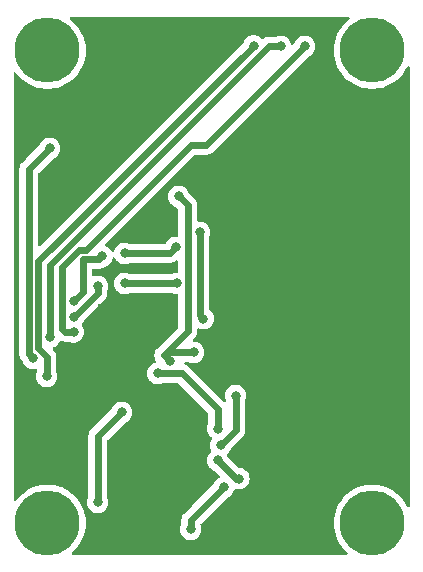
<source format=gbr>
%TF.GenerationSoftware,KiCad,Pcbnew,8.0.8*%
%TF.CreationDate,2025-04-02T15:42:23+05:30*%
%TF.ProjectId,STHDAQ_B1,53544844-4151-45f4-9231-2e6b69636164,rev?*%
%TF.SameCoordinates,Original*%
%TF.FileFunction,Copper,L2,Bot*%
%TF.FilePolarity,Positive*%
%FSLAX46Y46*%
G04 Gerber Fmt 4.6, Leading zero omitted, Abs format (unit mm)*
G04 Created by KiCad (PCBNEW 8.0.8) date 2025-04-02 15:42:23*
%MOMM*%
%LPD*%
G01*
G04 APERTURE LIST*
%TA.AperFunction,ComponentPad*%
%ADD10C,3.600000*%
%TD*%
%TA.AperFunction,ConnectorPad*%
%ADD11C,5.500000*%
%TD*%
%TA.AperFunction,ViaPad*%
%ADD12C,0.800000*%
%TD*%
%TA.AperFunction,ViaPad*%
%ADD13C,0.600000*%
%TD*%
%TA.AperFunction,Conductor*%
%ADD14C,0.600000*%
%TD*%
G04 APERTURE END LIST*
D10*
%TO.P,H1,1*%
%TO.N,N/C*%
X168530000Y-54705000D03*
D11*
X168530000Y-54705000D03*
%TD*%
D10*
%TO.P,H2,1*%
%TO.N,N/C*%
X141030000Y-54705000D03*
D11*
X141030000Y-54705000D03*
%TD*%
D10*
%TO.P,H4,1*%
%TO.N,N/C*%
X168530000Y-94705000D03*
D11*
X168530000Y-94705000D03*
%TD*%
D10*
%TO.P,H3,1*%
%TO.N,N/C*%
X141030000Y-94705000D03*
D11*
X141030000Y-94705000D03*
%TD*%
D12*
%TO.N,B_VOUT*%
X155956000Y-91694000D03*
X153162000Y-95250000D03*
%TO.N,/DRDY*%
X143256000Y-78546000D03*
X162814000Y-54356000D03*
%TO.N,/CS*%
X160782000Y-54356000D03*
X141224000Y-78994000D03*
%TO.N,/RESET*%
X139816000Y-80772000D03*
X141224000Y-62992000D03*
%TO.N,/SYNC{slash}PDWN*%
X158496000Y-54304834D03*
X140970000Y-82296000D03*
%TO.N,Net-(U2-D8{slash}SCK)*%
X154240500Y-77412500D03*
X153924000Y-70104000D03*
%TO.N,Net-(U2-D10{slash}MOSI)*%
X147574000Y-71882000D03*
X151892000Y-71374000D03*
%TO.N,Net-(U2-D9{slash}MISO)*%
X152008000Y-74422000D03*
X147574000Y-74422000D03*
%TO.N,/DOUT*%
X143256000Y-77296000D03*
X145288000Y-74676000D03*
%TO.N,/DIN*%
X145641334Y-72136000D03*
X143256000Y-75946000D03*
%TO.N,BAT*%
X153416000Y-80264000D03*
%TO.N,B_VIN*%
X145288000Y-92964000D03*
X147320000Y-85344000D03*
%TO.N,BAT*%
X156972000Y-83925500D03*
X155702000Y-88138000D03*
%TO.N,Net-(U1-KEY)*%
X157238397Y-90944397D03*
X155448000Y-89408000D03*
%TO.N,Net-(U1-SW)*%
X155455397Y-86739603D03*
X150368000Y-82042000D03*
%TO.N,BAT*%
X152146000Y-67056000D03*
X151384000Y-81026000D03*
D13*
%TO.N,Earth*%
X162814000Y-96012000D03*
X156972000Y-82200500D03*
X157649000Y-96092000D03*
X158750000Y-82200500D03*
X145796000Y-63992000D03*
X143256000Y-84796000D03*
X165180000Y-77700000D03*
X162052000Y-90537000D03*
X146203500Y-83662000D03*
X147358500Y-81925000D03*
X145545000Y-80010000D03*
X164290000Y-83790000D03*
X145545000Y-78232000D03*
X145530000Y-76454000D03*
X152654000Y-87376000D03*
%TD*%
D14*
%TO.N,B_VOUT*%
X153162000Y-95250000D02*
X153162000Y-94488000D01*
X153162000Y-94488000D02*
X155956000Y-91694000D01*
%TO.N,B_VIN*%
X145288000Y-92964000D02*
X145288000Y-87376000D01*
X145288000Y-87376000D02*
X147320000Y-85344000D01*
%TO.N,/DRDY*%
X142497316Y-78546000D02*
X143256000Y-78546000D01*
X142226529Y-78275213D02*
X142497316Y-78546000D01*
X144310000Y-71590000D02*
X143686629Y-71590000D01*
X153162000Y-62738000D02*
X144310000Y-71590000D01*
X142226529Y-73050100D02*
X142226529Y-78275213D01*
X154432000Y-62738000D02*
X153162000Y-62738000D01*
X143686629Y-71590000D02*
X142226529Y-73050100D01*
X162814000Y-54356000D02*
X154432000Y-62738000D01*
%TO.N,/CS*%
X159766000Y-54356000D02*
X160782000Y-54356000D01*
X141224000Y-72898000D02*
X159766000Y-54356000D01*
X141224000Y-78994000D02*
X141224000Y-72898000D01*
%TO.N,/SYNC{slash}PDWN*%
X140970000Y-80653207D02*
X140246000Y-79929207D01*
X140246000Y-72554834D02*
X158496000Y-54304834D01*
X140970000Y-82296000D02*
X140970000Y-80653207D01*
X140246000Y-79929207D02*
X140246000Y-72554834D01*
%TO.N,/RESET*%
X139446000Y-64770000D02*
X141224000Y-62992000D01*
X139816000Y-80772000D02*
X139446000Y-80402000D01*
X139446000Y-80402000D02*
X139446000Y-64770000D01*
%TO.N,Net-(U2-D8{slash}SCK)*%
X153924000Y-77096000D02*
X154240500Y-77412500D01*
X153924000Y-70104000D02*
X153924000Y-77096000D01*
%TO.N,Net-(U2-D10{slash}MOSI)*%
X147574000Y-71882000D02*
X151384000Y-71882000D01*
X151384000Y-71882000D02*
X151892000Y-71374000D01*
%TO.N,Net-(U2-D9{slash}MISO)*%
X147574000Y-74422000D02*
X152008000Y-74422000D01*
%TO.N,BAT*%
X152908000Y-78486000D02*
X150876000Y-80518000D01*
X152908000Y-67818000D02*
X152908000Y-78486000D01*
X152146000Y-67056000D02*
X152908000Y-67818000D01*
%TO.N,/DOUT*%
X145288000Y-75264000D02*
X143256000Y-77296000D01*
X145288000Y-74676000D02*
X145288000Y-75264000D01*
%TO.N,/DIN*%
X144018000Y-72390000D02*
X145387334Y-72390000D01*
X144018000Y-75184000D02*
X144018000Y-72390000D01*
X143256000Y-75946000D02*
X144018000Y-75184000D01*
X145387334Y-72390000D02*
X145641334Y-72136000D01*
%TO.N,BAT*%
X151130000Y-80264000D02*
X150876000Y-80518000D01*
X153416000Y-80264000D02*
X151130000Y-80264000D01*
X156972000Y-86868000D02*
X156972000Y-83925500D01*
X155702000Y-88138000D02*
X156972000Y-86868000D01*
%TO.N,Net-(U1-KEY)*%
X156984397Y-90944397D02*
X155448000Y-89408000D01*
X157238397Y-90944397D02*
X156984397Y-90944397D01*
%TO.N,BAT*%
X151384000Y-81026000D02*
X150876000Y-80518000D01*
%TO.N,Net-(U1-SW)*%
X155455397Y-85094604D02*
X155455397Y-86739603D01*
X152402793Y-82042000D02*
X155455397Y-85094604D01*
X150368000Y-82042000D02*
X152402793Y-82042000D01*
%TD*%
%TA.AperFunction,Conductor*%
%TO.N,Earth*%
G36*
X166604978Y-51876185D02*
G01*
X166650733Y-51928989D01*
X166660677Y-51998147D01*
X166631652Y-52061703D01*
X166612980Y-52079216D01*
X166422589Y-52223946D01*
X166422580Y-52223954D01*
X166166685Y-52466350D01*
X165938505Y-52734983D01*
X165938498Y-52734993D01*
X165740695Y-53026730D01*
X165575597Y-53338137D01*
X165575588Y-53338155D01*
X165445127Y-53665589D01*
X165445126Y-53665591D01*
X165350834Y-54005203D01*
X165350833Y-54005206D01*
X165293808Y-54353045D01*
X165274726Y-54704997D01*
X165274726Y-54705002D01*
X165293808Y-55056954D01*
X165350833Y-55404793D01*
X165350834Y-55404796D01*
X165445126Y-55744408D01*
X165445127Y-55744410D01*
X165575588Y-56071844D01*
X165575597Y-56071862D01*
X165740695Y-56383269D01*
X165938498Y-56675006D01*
X165938505Y-56675016D01*
X166166685Y-56943649D01*
X166166686Y-56943650D01*
X166422580Y-57186046D01*
X166703182Y-57399354D01*
X167005202Y-57581074D01*
X167005206Y-57581075D01*
X167005210Y-57581078D01*
X167325088Y-57729070D01*
X167325092Y-57729070D01*
X167325099Y-57729074D01*
X167659122Y-57841619D01*
X168003355Y-57917391D01*
X168353763Y-57955500D01*
X168353769Y-57955500D01*
X168706231Y-57955500D01*
X168706237Y-57955500D01*
X169056645Y-57917391D01*
X169400878Y-57841619D01*
X169734901Y-57729074D01*
X169734908Y-57729070D01*
X169734911Y-57729070D01*
X170054789Y-57581078D01*
X170054798Y-57581074D01*
X170356818Y-57399354D01*
X170637420Y-57186046D01*
X170893314Y-56943650D01*
X171121501Y-56675008D01*
X171319305Y-56383269D01*
X171450708Y-56135416D01*
X171477945Y-56084043D01*
X171526738Y-56034034D01*
X171594823Y-56018342D01*
X171660583Y-56041952D01*
X171703140Y-56097366D01*
X171711500Y-56142126D01*
X171711500Y-93267873D01*
X171691815Y-93334912D01*
X171639011Y-93380667D01*
X171569853Y-93390611D01*
X171506297Y-93361586D01*
X171477945Y-93325956D01*
X171319304Y-93026730D01*
X171200584Y-92851631D01*
X171121501Y-92734992D01*
X171121497Y-92734987D01*
X171121494Y-92734983D01*
X170893314Y-92466350D01*
X170788313Y-92366888D01*
X170637420Y-92223954D01*
X170637413Y-92223948D01*
X170637410Y-92223946D01*
X170356815Y-92010644D01*
X170054802Y-91828928D01*
X170054789Y-91828921D01*
X169734911Y-91680929D01*
X169734906Y-91680928D01*
X169734903Y-91680927D01*
X169734901Y-91680926D01*
X169628432Y-91645052D01*
X169400880Y-91568381D01*
X169056643Y-91492608D01*
X168706238Y-91454500D01*
X168706237Y-91454500D01*
X168353763Y-91454500D01*
X168353761Y-91454500D01*
X168003356Y-91492608D01*
X167659119Y-91568381D01*
X167325093Y-91680928D01*
X167325088Y-91680929D01*
X167005210Y-91828921D01*
X167005197Y-91828928D01*
X166703184Y-92010644D01*
X166422589Y-92223946D01*
X166422580Y-92223954D01*
X166166685Y-92466350D01*
X165938505Y-92734983D01*
X165938498Y-92734993D01*
X165740695Y-93026730D01*
X165575597Y-93338137D01*
X165575588Y-93338155D01*
X165445127Y-93665589D01*
X165445126Y-93665591D01*
X165350834Y-94005203D01*
X165350833Y-94005206D01*
X165293808Y-94353045D01*
X165274726Y-94704997D01*
X165274726Y-94705002D01*
X165293808Y-95056954D01*
X165350833Y-95404793D01*
X165350834Y-95404796D01*
X165445126Y-95744408D01*
X165445127Y-95744410D01*
X165575588Y-96071844D01*
X165575597Y-96071862D01*
X165740695Y-96383269D01*
X165938498Y-96675006D01*
X165938505Y-96675016D01*
X165966925Y-96708474D01*
X166166686Y-96943650D01*
X166422580Y-97186046D01*
X166422583Y-97186048D01*
X166422586Y-97186051D01*
X166424503Y-97187680D01*
X166424828Y-97188175D01*
X166425019Y-97188356D01*
X166424976Y-97188401D01*
X166462849Y-97246087D01*
X166463530Y-97315953D01*
X166426331Y-97375097D01*
X166363061Y-97404740D01*
X166344218Y-97406180D01*
X143215782Y-97406180D01*
X143148743Y-97386495D01*
X143102988Y-97333691D01*
X143093044Y-97264533D01*
X143122069Y-97200977D01*
X143135497Y-97187680D01*
X143137413Y-97186051D01*
X143137420Y-97186046D01*
X143393314Y-96943650D01*
X143621501Y-96675008D01*
X143819305Y-96383269D01*
X143984407Y-96071854D01*
X144114871Y-95744414D01*
X144209168Y-95404788D01*
X144266191Y-95056957D01*
X144285274Y-94705000D01*
X144266191Y-94353043D01*
X144209168Y-94005212D01*
X144137795Y-93748151D01*
X144114873Y-93665591D01*
X144114872Y-93665589D01*
X143984411Y-93338155D01*
X143984402Y-93338137D01*
X143977944Y-93325956D01*
X143819305Y-93026731D01*
X143776772Y-92964000D01*
X144382540Y-92964000D01*
X144402326Y-93152256D01*
X144402327Y-93152259D01*
X144460818Y-93332277D01*
X144460821Y-93332284D01*
X144555467Y-93496216D01*
X144682129Y-93636888D01*
X144835265Y-93748148D01*
X144835270Y-93748151D01*
X145008192Y-93825142D01*
X145008197Y-93825144D01*
X145193354Y-93864500D01*
X145193355Y-93864500D01*
X145382644Y-93864500D01*
X145382646Y-93864500D01*
X145567803Y-93825144D01*
X145740730Y-93748151D01*
X145893871Y-93636888D01*
X146020533Y-93496216D01*
X146115179Y-93332284D01*
X146173674Y-93152256D01*
X146193460Y-92964000D01*
X146173674Y-92775744D01*
X146115179Y-92595716D01*
X146115178Y-92595715D01*
X146115178Y-92595713D01*
X146105112Y-92578277D01*
X146088500Y-92516279D01*
X146088500Y-87758939D01*
X146108185Y-87691900D01*
X146124814Y-87671263D01*
X147567566Y-86228510D01*
X147604801Y-86202918D01*
X147772730Y-86128151D01*
X147925871Y-86016888D01*
X148052533Y-85876216D01*
X148147179Y-85712284D01*
X148205674Y-85532256D01*
X148225460Y-85344000D01*
X148205674Y-85155744D01*
X148147179Y-84975716D01*
X148052533Y-84811784D01*
X147925871Y-84671112D01*
X147925870Y-84671111D01*
X147772734Y-84559851D01*
X147772729Y-84559848D01*
X147599807Y-84482857D01*
X147599802Y-84482855D01*
X147454001Y-84451865D01*
X147414646Y-84443500D01*
X147225354Y-84443500D01*
X147192897Y-84450398D01*
X147040197Y-84482855D01*
X147040192Y-84482857D01*
X146867270Y-84559848D01*
X146867265Y-84559851D01*
X146714129Y-84671111D01*
X146587466Y-84811785D01*
X146492821Y-84975715D01*
X146492816Y-84975725D01*
X146471510Y-85041298D01*
X146441261Y-85090659D01*
X145178042Y-86353880D01*
X144777711Y-86754211D01*
X144742764Y-86789158D01*
X144666209Y-86865712D01*
X144578609Y-86996814D01*
X144578602Y-86996827D01*
X144518264Y-87142498D01*
X144518261Y-87142510D01*
X144487500Y-87297153D01*
X144487500Y-92516279D01*
X144470888Y-92578277D01*
X144460821Y-92595713D01*
X144402327Y-92775740D01*
X144402326Y-92775744D01*
X144382540Y-92964000D01*
X143776772Y-92964000D01*
X143621501Y-92734992D01*
X143621497Y-92734987D01*
X143621494Y-92734983D01*
X143393314Y-92466350D01*
X143288313Y-92366888D01*
X143137420Y-92223954D01*
X143137413Y-92223948D01*
X143137410Y-92223946D01*
X142856815Y-92010644D01*
X142554802Y-91828928D01*
X142554789Y-91828921D01*
X142234911Y-91680929D01*
X142234906Y-91680928D01*
X142234903Y-91680927D01*
X142234901Y-91680926D01*
X142128432Y-91645052D01*
X141900880Y-91568381D01*
X141556643Y-91492608D01*
X141206238Y-91454500D01*
X141206237Y-91454500D01*
X140853763Y-91454500D01*
X140853761Y-91454500D01*
X140503356Y-91492608D01*
X140159119Y-91568381D01*
X139825093Y-91680928D01*
X139825088Y-91680929D01*
X139505210Y-91828921D01*
X139505197Y-91828928D01*
X139203184Y-92010644D01*
X138922589Y-92223946D01*
X138922580Y-92223954D01*
X138666685Y-92466350D01*
X138438505Y-92734983D01*
X138438497Y-92734993D01*
X138395133Y-92798952D01*
X138341219Y-92843393D01*
X138271837Y-92851631D01*
X138209015Y-92821050D01*
X138172699Y-92761360D01*
X138168500Y-92729365D01*
X138168500Y-64691153D01*
X138645500Y-64691153D01*
X138645500Y-80480846D01*
X138676261Y-80635489D01*
X138676264Y-80635501D01*
X138736602Y-80781172D01*
X138736609Y-80781185D01*
X138824209Y-80912287D01*
X138824210Y-80912288D01*
X138824211Y-80912289D01*
X138937263Y-81025341D01*
X138967512Y-81074703D01*
X138988818Y-81140277D01*
X138988821Y-81140284D01*
X139083467Y-81304216D01*
X139210129Y-81444888D01*
X139363265Y-81556148D01*
X139363270Y-81556151D01*
X139536192Y-81633142D01*
X139536197Y-81633144D01*
X139721354Y-81672500D01*
X139721355Y-81672500D01*
X139910644Y-81672500D01*
X139910646Y-81672500D01*
X140019719Y-81649316D01*
X140089386Y-81654632D01*
X140145120Y-81696769D01*
X140169225Y-81762349D01*
X140169500Y-81770606D01*
X140169500Y-81848279D01*
X140152888Y-81910277D01*
X140142821Y-81927713D01*
X140084327Y-82107740D01*
X140084326Y-82107744D01*
X140064540Y-82296000D01*
X140084326Y-82484256D01*
X140084327Y-82484259D01*
X140142818Y-82664277D01*
X140142821Y-82664284D01*
X140237467Y-82828216D01*
X140304931Y-82903142D01*
X140364129Y-82968888D01*
X140517265Y-83080148D01*
X140517270Y-83080151D01*
X140690192Y-83157142D01*
X140690197Y-83157144D01*
X140875354Y-83196500D01*
X140875355Y-83196500D01*
X141064644Y-83196500D01*
X141064646Y-83196500D01*
X141249803Y-83157144D01*
X141422730Y-83080151D01*
X141575871Y-82968888D01*
X141702533Y-82828216D01*
X141797179Y-82664284D01*
X141855674Y-82484256D01*
X141875460Y-82296000D01*
X141855674Y-82107744D01*
X141797179Y-81927716D01*
X141797178Y-81927715D01*
X141797178Y-81927713D01*
X141787112Y-81910277D01*
X141770500Y-81848279D01*
X141770500Y-80574362D01*
X141755210Y-80497499D01*
X141755210Y-80497494D01*
X141739739Y-80419717D01*
X141739738Y-80419710D01*
X141679394Y-80274028D01*
X141679392Y-80274025D01*
X141679390Y-80274021D01*
X141591790Y-80142919D01*
X141587685Y-80138814D01*
X141493138Y-80044267D01*
X141459655Y-79982947D01*
X141464639Y-79913255D01*
X141506510Y-79857321D01*
X141530385Y-79843309D01*
X141577782Y-79822205D01*
X141676730Y-79778151D01*
X141829871Y-79666888D01*
X141956533Y-79526216D01*
X142051179Y-79362284D01*
X142051182Y-79362273D01*
X142052646Y-79358988D01*
X142054008Y-79357385D01*
X142054429Y-79356656D01*
X142054562Y-79356732D01*
X142097889Y-79305745D01*
X142164735Y-79285414D01*
X142213383Y-79294846D01*
X142263819Y-79315738D01*
X142404975Y-79343815D01*
X142418469Y-79346499D01*
X142418473Y-79346500D01*
X142418474Y-79346500D01*
X142576159Y-79346500D01*
X142813633Y-79346500D01*
X142864069Y-79357221D01*
X142976192Y-79407142D01*
X142976197Y-79407144D01*
X143161354Y-79446500D01*
X143161355Y-79446500D01*
X143350644Y-79446500D01*
X143350646Y-79446500D01*
X143535803Y-79407144D01*
X143708730Y-79330151D01*
X143861871Y-79218888D01*
X143988533Y-79078216D01*
X144083179Y-78914284D01*
X144141674Y-78734256D01*
X144161460Y-78546000D01*
X144141674Y-78357744D01*
X144083179Y-78177716D01*
X143988533Y-78013784D01*
X143979698Y-78003972D01*
X143949469Y-77940981D01*
X143958093Y-77871646D01*
X143979699Y-77838027D01*
X143988533Y-77828216D01*
X144083179Y-77664284D01*
X144104488Y-77598700D01*
X144134734Y-77549342D01*
X145909789Y-75774289D01*
X145997394Y-75643179D01*
X146057737Y-75497497D01*
X146088500Y-75342842D01*
X146088500Y-75185158D01*
X146088500Y-75123718D01*
X146105112Y-75061720D01*
X146115179Y-75044284D01*
X146173674Y-74864256D01*
X146193460Y-74676000D01*
X146173674Y-74487744D01*
X146115179Y-74307716D01*
X146020533Y-74143784D01*
X145893871Y-74003112D01*
X145893870Y-74003111D01*
X145740734Y-73891851D01*
X145740729Y-73891848D01*
X145567807Y-73814857D01*
X145567802Y-73814855D01*
X145422001Y-73783865D01*
X145382646Y-73775500D01*
X145193354Y-73775500D01*
X145143375Y-73786123D01*
X145008199Y-73814855D01*
X145008197Y-73814856D01*
X144992935Y-73821651D01*
X144923686Y-73830935D01*
X144860409Y-73801307D01*
X144823196Y-73742172D01*
X144818500Y-73708371D01*
X144818500Y-73314500D01*
X144838185Y-73247461D01*
X144890989Y-73201706D01*
X144942500Y-73190500D01*
X145466178Y-73190500D01*
X145466179Y-73190499D01*
X145620831Y-73159737D01*
X145766513Y-73099394D01*
X145897623Y-73011789D01*
X145897623Y-73011788D01*
X145902689Y-73008404D01*
X145902986Y-73008848D01*
X145924034Y-72995853D01*
X146094064Y-72920151D01*
X146247205Y-72808888D01*
X146373867Y-72668216D01*
X146468513Y-72504284D01*
X146527008Y-72324256D01*
X146527546Y-72319128D01*
X146554127Y-72254515D01*
X146611422Y-72214527D01*
X146681241Y-72211864D01*
X146741416Y-72247370D01*
X146758252Y-72270083D01*
X146841467Y-72414216D01*
X146918639Y-72499924D01*
X146968129Y-72554888D01*
X147121265Y-72666148D01*
X147121270Y-72666151D01*
X147294192Y-72743142D01*
X147294197Y-72743144D01*
X147479354Y-72782500D01*
X147479355Y-72782500D01*
X147668644Y-72782500D01*
X147668646Y-72782500D01*
X147853803Y-72743144D01*
X147965931Y-72693221D01*
X148016367Y-72682500D01*
X151462844Y-72682500D01*
X151462845Y-72682499D01*
X151617497Y-72651737D01*
X151763179Y-72591394D01*
X151894289Y-72503789D01*
X151895813Y-72502264D01*
X151896810Y-72501720D01*
X151898999Y-72499924D01*
X151899339Y-72500338D01*
X151957132Y-72468776D01*
X152026824Y-72473755D01*
X152082761Y-72515621D01*
X152107183Y-72581083D01*
X152107500Y-72589940D01*
X152107500Y-73397500D01*
X152087815Y-73464539D01*
X152035011Y-73510294D01*
X151983500Y-73521500D01*
X151913354Y-73521500D01*
X151880897Y-73528398D01*
X151728197Y-73560855D01*
X151728192Y-73560857D01*
X151616069Y-73610779D01*
X151565633Y-73621500D01*
X148016367Y-73621500D01*
X147965931Y-73610779D01*
X147853807Y-73560857D01*
X147853802Y-73560855D01*
X147708001Y-73529865D01*
X147668646Y-73521500D01*
X147479354Y-73521500D01*
X147446897Y-73528398D01*
X147294197Y-73560855D01*
X147294192Y-73560857D01*
X147121270Y-73637848D01*
X147121265Y-73637851D01*
X146968129Y-73749111D01*
X146841466Y-73889785D01*
X146746821Y-74053715D01*
X146746818Y-74053722D01*
X146688327Y-74233740D01*
X146688326Y-74233744D01*
X146668540Y-74422000D01*
X146688326Y-74610256D01*
X146688327Y-74610259D01*
X146746818Y-74790277D01*
X146746821Y-74790284D01*
X146841467Y-74954216D01*
X146922565Y-75044284D01*
X146968129Y-75094888D01*
X147121265Y-75206148D01*
X147121270Y-75206151D01*
X147294192Y-75283142D01*
X147294197Y-75283144D01*
X147479354Y-75322500D01*
X147479355Y-75322500D01*
X147668644Y-75322500D01*
X147668646Y-75322500D01*
X147853803Y-75283144D01*
X147965931Y-75233221D01*
X148016367Y-75222500D01*
X151565633Y-75222500D01*
X151616069Y-75233221D01*
X151728192Y-75283142D01*
X151728197Y-75283144D01*
X151913354Y-75322500D01*
X151913355Y-75322500D01*
X151983500Y-75322500D01*
X152050539Y-75342185D01*
X152096294Y-75394989D01*
X152107500Y-75446500D01*
X152107500Y-78103060D01*
X152087815Y-78170099D01*
X152071181Y-78190741D01*
X150619711Y-79642211D01*
X150365711Y-79896211D01*
X150309960Y-79951962D01*
X150254209Y-80007712D01*
X150166609Y-80138814D01*
X150166602Y-80138827D01*
X150106264Y-80284498D01*
X150106261Y-80284510D01*
X150075500Y-80439153D01*
X150075500Y-80596846D01*
X150106261Y-80751489D01*
X150106264Y-80751501D01*
X150166602Y-80897172D01*
X150166609Y-80897185D01*
X150221173Y-80978845D01*
X150242051Y-81045523D01*
X150223567Y-81112903D01*
X150171588Y-81159593D01*
X150143852Y-81169026D01*
X150088197Y-81180855D01*
X150088192Y-81180857D01*
X149915270Y-81257848D01*
X149915265Y-81257851D01*
X149762129Y-81369111D01*
X149635466Y-81509785D01*
X149540821Y-81673715D01*
X149540818Y-81673722D01*
X149482327Y-81853740D01*
X149482326Y-81853744D01*
X149462540Y-82042000D01*
X149482326Y-82230256D01*
X149482327Y-82230259D01*
X149540818Y-82410277D01*
X149540821Y-82410284D01*
X149635467Y-82574216D01*
X149716559Y-82664277D01*
X149762129Y-82714888D01*
X149915265Y-82826148D01*
X149915270Y-82826151D01*
X150088192Y-82903142D01*
X150088197Y-82903144D01*
X150273354Y-82942500D01*
X150273355Y-82942500D01*
X150462644Y-82942500D01*
X150462646Y-82942500D01*
X150647803Y-82903144D01*
X150705281Y-82877552D01*
X150759931Y-82853221D01*
X150810367Y-82842500D01*
X152019853Y-82842500D01*
X152086892Y-82862185D01*
X152107534Y-82878819D01*
X154618578Y-85389863D01*
X154652063Y-85451186D01*
X154654897Y-85477544D01*
X154654897Y-86291882D01*
X154638285Y-86353880D01*
X154628218Y-86371316D01*
X154569724Y-86551343D01*
X154569723Y-86551347D01*
X154549937Y-86739603D01*
X154569723Y-86927859D01*
X154569724Y-86927862D01*
X154628215Y-87107880D01*
X154628218Y-87107887D01*
X154722864Y-87271819D01*
X154818730Y-87378289D01*
X154849526Y-87412491D01*
X154922315Y-87465375D01*
X154964981Y-87520704D01*
X154970960Y-87590318D01*
X154956818Y-87627692D01*
X154874820Y-87769718D01*
X154874818Y-87769722D01*
X154816327Y-87949740D01*
X154816326Y-87949744D01*
X154796540Y-88138000D01*
X154816326Y-88326256D01*
X154816327Y-88326259D01*
X154874821Y-88506285D01*
X154902407Y-88554065D01*
X154918880Y-88621965D01*
X154896028Y-88687992D01*
X154867909Y-88716381D01*
X154842126Y-88735114D01*
X154842123Y-88735116D01*
X154715466Y-88875785D01*
X154620821Y-89039715D01*
X154620818Y-89039722D01*
X154562327Y-89219740D01*
X154562326Y-89219744D01*
X154542540Y-89408000D01*
X154562326Y-89596256D01*
X154562327Y-89596259D01*
X154620818Y-89776277D01*
X154620821Y-89776284D01*
X154715467Y-89940216D01*
X154791098Y-90024212D01*
X154842129Y-90080888D01*
X154995265Y-90192148D01*
X154995270Y-90192151D01*
X155163190Y-90266915D01*
X155200435Y-90292513D01*
X155593306Y-90685384D01*
X155626791Y-90746707D01*
X155621807Y-90816399D01*
X155579935Y-90872332D01*
X155556062Y-90886344D01*
X155503267Y-90909850D01*
X155503265Y-90909851D01*
X155350129Y-91021111D01*
X155223466Y-91161785D01*
X155128821Y-91325715D01*
X155128816Y-91325725D01*
X155107510Y-91391298D01*
X155077261Y-91440659D01*
X153250049Y-93267873D01*
X152651711Y-93866211D01*
X152595960Y-93921962D01*
X152540209Y-93977712D01*
X152452609Y-94108814D01*
X152452602Y-94108827D01*
X152392264Y-94254498D01*
X152392261Y-94254510D01*
X152361500Y-94409153D01*
X152361500Y-94802279D01*
X152344888Y-94864277D01*
X152334821Y-94881713D01*
X152277882Y-95056954D01*
X152276326Y-95061744D01*
X152256540Y-95250000D01*
X152276326Y-95438256D01*
X152276327Y-95438259D01*
X152334818Y-95618277D01*
X152334821Y-95618284D01*
X152429467Y-95782216D01*
X152556129Y-95922888D01*
X152709265Y-96034148D01*
X152709270Y-96034151D01*
X152882192Y-96111142D01*
X152882197Y-96111144D01*
X153067354Y-96150500D01*
X153067355Y-96150500D01*
X153256644Y-96150500D01*
X153256646Y-96150500D01*
X153441803Y-96111144D01*
X153614730Y-96034151D01*
X153767871Y-95922888D01*
X153894533Y-95782216D01*
X153989179Y-95618284D01*
X154047674Y-95438256D01*
X154067460Y-95250000D01*
X154047674Y-95061744D01*
X154009244Y-94943470D01*
X153990879Y-94886947D01*
X153988884Y-94817106D01*
X154021127Y-94760950D01*
X156203566Y-92578510D01*
X156240801Y-92552918D01*
X156408730Y-92478151D01*
X156561871Y-92366888D01*
X156688533Y-92226216D01*
X156783179Y-92062284D01*
X156838042Y-91893433D01*
X156877478Y-91835760D01*
X156941837Y-91808561D01*
X156981749Y-91810462D01*
X157143751Y-91844897D01*
X157143752Y-91844897D01*
X157333041Y-91844897D01*
X157333043Y-91844897D01*
X157518200Y-91805541D01*
X157691127Y-91728548D01*
X157844268Y-91617285D01*
X157970930Y-91476613D01*
X158065576Y-91312681D01*
X158124071Y-91132653D01*
X158143857Y-90944397D01*
X158124071Y-90756141D01*
X158065576Y-90576113D01*
X157970930Y-90412181D01*
X157844268Y-90271509D01*
X157837945Y-90266915D01*
X157691131Y-90160248D01*
X157691126Y-90160245D01*
X157518204Y-90083254D01*
X157518199Y-90083252D01*
X157372398Y-90052262D01*
X157333043Y-90043897D01*
X157333042Y-90043897D01*
X157267337Y-90043897D01*
X157200298Y-90024212D01*
X157179656Y-90007578D01*
X156326736Y-89154658D01*
X156296486Y-89105294D01*
X156275179Y-89039716D01*
X156275178Y-89039715D01*
X156247591Y-88991933D01*
X156231119Y-88924035D01*
X156253971Y-88858008D01*
X156282094Y-88829615D01*
X156307871Y-88810888D01*
X156434533Y-88670216D01*
X156529179Y-88506284D01*
X156550488Y-88440700D01*
X156580734Y-88391342D01*
X157593789Y-87378289D01*
X157626001Y-87330080D01*
X157681394Y-87247179D01*
X157741737Y-87101497D01*
X157741737Y-87101494D01*
X157741739Y-87101490D01*
X157748541Y-87067294D01*
X157748541Y-87067293D01*
X157772500Y-86946845D01*
X157772500Y-84373218D01*
X157789112Y-84311220D01*
X157799179Y-84293784D01*
X157857674Y-84113756D01*
X157877460Y-83925500D01*
X157857674Y-83737244D01*
X157799179Y-83557216D01*
X157704533Y-83393284D01*
X157577871Y-83252612D01*
X157577870Y-83252611D01*
X157424734Y-83141351D01*
X157424729Y-83141348D01*
X157251807Y-83064357D01*
X157251802Y-83064355D01*
X157106001Y-83033365D01*
X157066646Y-83025000D01*
X156877354Y-83025000D01*
X156844897Y-83031898D01*
X156692197Y-83064355D01*
X156692192Y-83064357D01*
X156519270Y-83141348D01*
X156519265Y-83141351D01*
X156366129Y-83252611D01*
X156239466Y-83393285D01*
X156144821Y-83557215D01*
X156144818Y-83557222D01*
X156086327Y-83737240D01*
X156086326Y-83737244D01*
X156066540Y-83925500D01*
X156086326Y-84113756D01*
X156086327Y-84113759D01*
X156144818Y-84293777D01*
X156144819Y-84293779D01*
X156144821Y-84293784D01*
X156154887Y-84311220D01*
X156171500Y-84373218D01*
X156171500Y-84379266D01*
X156151815Y-84446305D01*
X156099011Y-84492060D01*
X156029853Y-84502004D01*
X155966297Y-84472979D01*
X155959819Y-84466947D01*
X152913085Y-81420213D01*
X152913081Y-81420210D01*
X152781978Y-81332609D01*
X152781965Y-81332602D01*
X152710645Y-81303061D01*
X152656241Y-81259220D01*
X152634176Y-81192926D01*
X152651455Y-81125227D01*
X152702592Y-81077616D01*
X152758097Y-81064500D01*
X152973633Y-81064500D01*
X153024069Y-81075221D01*
X153136192Y-81125142D01*
X153136197Y-81125144D01*
X153321354Y-81164500D01*
X153321355Y-81164500D01*
X153510644Y-81164500D01*
X153510646Y-81164500D01*
X153695803Y-81125144D01*
X153868730Y-81048151D01*
X154021871Y-80936888D01*
X154148533Y-80796216D01*
X154243179Y-80632284D01*
X154301674Y-80452256D01*
X154321460Y-80264000D01*
X154301674Y-80075744D01*
X154243179Y-79895716D01*
X154148533Y-79731784D01*
X154021871Y-79591112D01*
X154021870Y-79591111D01*
X153868734Y-79479851D01*
X153868729Y-79479848D01*
X153695807Y-79402857D01*
X153695802Y-79402855D01*
X153550001Y-79371865D01*
X153510646Y-79363500D01*
X153461940Y-79363500D01*
X153394901Y-79343815D01*
X153349146Y-79291011D01*
X153339202Y-79221853D01*
X153368227Y-79158297D01*
X153374250Y-79151827D01*
X153529789Y-78996289D01*
X153617394Y-78865179D01*
X153677737Y-78719497D01*
X153708500Y-78564842D01*
X153708500Y-78407158D01*
X153708500Y-78352301D01*
X153728185Y-78285262D01*
X153780989Y-78239507D01*
X153850147Y-78229563D01*
X153882933Y-78239020D01*
X153960697Y-78273644D01*
X154145854Y-78313000D01*
X154145855Y-78313000D01*
X154335144Y-78313000D01*
X154335146Y-78313000D01*
X154520303Y-78273644D01*
X154693230Y-78196651D01*
X154846371Y-78085388D01*
X154973033Y-77944716D01*
X155067679Y-77780784D01*
X155126174Y-77600756D01*
X155145960Y-77412500D01*
X155126174Y-77224244D01*
X155067679Y-77044216D01*
X154973033Y-76880284D01*
X154923422Y-76825186D01*
X154846376Y-76739616D01*
X154846371Y-76739612D01*
X154775613Y-76688202D01*
X154732948Y-76632872D01*
X154724500Y-76587885D01*
X154724500Y-70551718D01*
X154741112Y-70489720D01*
X154751179Y-70472284D01*
X154809674Y-70292256D01*
X154829460Y-70104000D01*
X154809674Y-69915744D01*
X154751179Y-69735716D01*
X154656533Y-69571784D01*
X154529871Y-69431112D01*
X154529870Y-69431111D01*
X154376734Y-69319851D01*
X154376729Y-69319848D01*
X154203807Y-69242857D01*
X154203802Y-69242855D01*
X154058001Y-69211865D01*
X154018646Y-69203500D01*
X153832500Y-69203500D01*
X153765461Y-69183815D01*
X153719706Y-69131011D01*
X153708500Y-69079500D01*
X153708500Y-67739154D01*
X153706458Y-67728891D01*
X153706457Y-67728888D01*
X153677738Y-67584503D01*
X153617394Y-67438821D01*
X153617392Y-67438818D01*
X153617390Y-67438814D01*
X153529789Y-67307711D01*
X153529786Y-67307707D01*
X153024736Y-66802658D01*
X152994486Y-66753294D01*
X152973179Y-66687716D01*
X152973177Y-66687712D01*
X152878534Y-66523785D01*
X152751870Y-66383111D01*
X152598734Y-66271851D01*
X152598729Y-66271848D01*
X152425807Y-66194857D01*
X152425802Y-66194855D01*
X152280001Y-66163865D01*
X152240646Y-66155500D01*
X152051354Y-66155500D01*
X152018897Y-66162398D01*
X151866197Y-66194855D01*
X151866192Y-66194857D01*
X151693270Y-66271848D01*
X151693265Y-66271851D01*
X151540129Y-66383111D01*
X151413466Y-66523785D01*
X151318821Y-66687715D01*
X151318818Y-66687722D01*
X151260327Y-66867740D01*
X151260326Y-66867744D01*
X151240540Y-67056000D01*
X151260326Y-67244256D01*
X151260327Y-67244259D01*
X151318818Y-67424277D01*
X151318821Y-67424284D01*
X151413467Y-67588216D01*
X151514897Y-67700866D01*
X151540127Y-67728886D01*
X151540129Y-67728888D01*
X151693265Y-67840148D01*
X151693270Y-67840151D01*
X151861190Y-67914915D01*
X151898435Y-67940513D01*
X152071181Y-68113259D01*
X152104666Y-68174582D01*
X152107500Y-68200940D01*
X152107500Y-70349500D01*
X152087815Y-70416539D01*
X152035011Y-70462294D01*
X151983500Y-70473500D01*
X151797354Y-70473500D01*
X151764897Y-70480398D01*
X151612197Y-70512855D01*
X151612192Y-70512857D01*
X151439270Y-70589848D01*
X151439265Y-70589851D01*
X151286129Y-70701111D01*
X151159466Y-70841785D01*
X151064820Y-71005717D01*
X151063829Y-71007944D01*
X151062912Y-71009021D01*
X151061572Y-71011344D01*
X151061147Y-71011098D01*
X151018575Y-71061177D01*
X150951724Y-71081494D01*
X150950553Y-71081500D01*
X148016367Y-71081500D01*
X147965931Y-71070779D01*
X147853807Y-71020857D01*
X147853802Y-71020855D01*
X147708001Y-70989865D01*
X147668646Y-70981500D01*
X147479354Y-70981500D01*
X147446897Y-70988398D01*
X147294197Y-71020855D01*
X147294192Y-71020857D01*
X147121270Y-71097848D01*
X147121265Y-71097851D01*
X146968129Y-71209111D01*
X146841466Y-71349785D01*
X146746821Y-71513715D01*
X146746818Y-71513722D01*
X146688326Y-71693742D01*
X146688325Y-71693744D01*
X146687786Y-71698880D01*
X146661199Y-71763493D01*
X146603900Y-71803476D01*
X146534081Y-71806133D01*
X146473909Y-71770621D01*
X146457083Y-71747919D01*
X146373867Y-71603784D01*
X146247205Y-71463112D01*
X146247204Y-71463111D01*
X146094068Y-71351851D01*
X146094066Y-71351850D01*
X145972539Y-71297741D01*
X145919303Y-71252490D01*
X145898982Y-71185641D01*
X145918028Y-71118417D01*
X145935290Y-71096786D01*
X153457259Y-63574819D01*
X153518582Y-63541334D01*
X153544940Y-63538500D01*
X154510844Y-63538500D01*
X154510845Y-63538499D01*
X154665497Y-63507737D01*
X154811179Y-63447394D01*
X154942289Y-63359789D01*
X163061566Y-55240510D01*
X163098801Y-55214918D01*
X163266730Y-55140151D01*
X163419871Y-55028888D01*
X163546533Y-54888216D01*
X163641179Y-54724284D01*
X163699674Y-54544256D01*
X163719460Y-54356000D01*
X163699674Y-54167744D01*
X163641179Y-53987716D01*
X163546533Y-53823784D01*
X163419871Y-53683112D01*
X163419870Y-53683111D01*
X163266734Y-53571851D01*
X163266729Y-53571848D01*
X163093807Y-53494857D01*
X163093802Y-53494855D01*
X162948001Y-53463865D01*
X162908646Y-53455500D01*
X162719354Y-53455500D01*
X162686897Y-53462398D01*
X162534197Y-53494855D01*
X162534192Y-53494857D01*
X162361270Y-53571848D01*
X162361265Y-53571851D01*
X162208129Y-53683111D01*
X162081466Y-53823785D01*
X161986821Y-53987715D01*
X161986816Y-53987725D01*
X161965510Y-54053298D01*
X161935261Y-54102659D01*
X161860417Y-54177503D01*
X161799094Y-54210988D01*
X161729402Y-54206004D01*
X161673469Y-54164132D01*
X161654805Y-54128139D01*
X161639686Y-54081608D01*
X161609179Y-53987716D01*
X161514533Y-53823784D01*
X161387871Y-53683112D01*
X161387870Y-53683111D01*
X161234734Y-53571851D01*
X161234729Y-53571848D01*
X161061807Y-53494857D01*
X161061802Y-53494855D01*
X160916001Y-53463865D01*
X160876646Y-53455500D01*
X160687354Y-53455500D01*
X160654897Y-53462398D01*
X160502197Y-53494855D01*
X160502192Y-53494857D01*
X160390069Y-53544779D01*
X160339633Y-53555500D01*
X159687155Y-53555500D01*
X159532510Y-53586261D01*
X159532498Y-53586264D01*
X159386827Y-53646602D01*
X159386816Y-53646608D01*
X159306380Y-53700354D01*
X159239703Y-53721231D01*
X159172323Y-53702746D01*
X159145339Y-53680222D01*
X159101875Y-53631949D01*
X159101869Y-53631944D01*
X158948734Y-53520685D01*
X158948729Y-53520682D01*
X158775807Y-53443691D01*
X158775802Y-53443689D01*
X158630001Y-53412699D01*
X158590646Y-53404334D01*
X158401354Y-53404334D01*
X158368897Y-53411232D01*
X158216197Y-53443689D01*
X158216192Y-53443691D01*
X158043270Y-53520682D01*
X158043265Y-53520685D01*
X157890129Y-53631945D01*
X157763466Y-53772619D01*
X157668821Y-53936549D01*
X157668816Y-53936559D01*
X157647510Y-54002132D01*
X157617261Y-54051493D01*
X140458181Y-71210574D01*
X140396858Y-71244059D01*
X140327166Y-71239075D01*
X140271233Y-71197203D01*
X140246816Y-71131739D01*
X140246500Y-71122893D01*
X140246500Y-65152939D01*
X140266185Y-65085900D01*
X140282814Y-65065263D01*
X141471566Y-63876510D01*
X141508801Y-63850918D01*
X141676730Y-63776151D01*
X141829871Y-63664888D01*
X141956533Y-63524216D01*
X142051179Y-63360284D01*
X142109674Y-63180256D01*
X142129460Y-62992000D01*
X142109674Y-62803744D01*
X142051179Y-62623716D01*
X141956533Y-62459784D01*
X141829871Y-62319112D01*
X141829870Y-62319111D01*
X141676734Y-62207851D01*
X141676729Y-62207848D01*
X141503807Y-62130857D01*
X141503802Y-62130855D01*
X141358001Y-62099865D01*
X141318646Y-62091500D01*
X141129354Y-62091500D01*
X141096897Y-62098398D01*
X140944197Y-62130855D01*
X140944192Y-62130857D01*
X140771270Y-62207848D01*
X140771265Y-62207851D01*
X140618129Y-62319111D01*
X140491466Y-62459785D01*
X140396821Y-62623715D01*
X140396816Y-62623725D01*
X140375510Y-62689298D01*
X140345261Y-62738659D01*
X139233008Y-63850914D01*
X138935711Y-64148211D01*
X138879960Y-64203962D01*
X138824209Y-64259712D01*
X138736609Y-64390814D01*
X138736602Y-64390827D01*
X138676264Y-64536498D01*
X138676261Y-64536510D01*
X138645500Y-64691153D01*
X138168500Y-64691153D01*
X138168500Y-56680635D01*
X138188185Y-56613596D01*
X138240989Y-56567841D01*
X138310147Y-56557897D01*
X138373703Y-56586922D01*
X138395133Y-56611048D01*
X138438497Y-56675006D01*
X138438505Y-56675016D01*
X138666685Y-56943649D01*
X138666686Y-56943650D01*
X138922580Y-57186046D01*
X139203182Y-57399354D01*
X139505202Y-57581074D01*
X139505206Y-57581075D01*
X139505210Y-57581078D01*
X139825088Y-57729070D01*
X139825092Y-57729070D01*
X139825099Y-57729074D01*
X140159122Y-57841619D01*
X140503355Y-57917391D01*
X140853763Y-57955500D01*
X140853769Y-57955500D01*
X141206231Y-57955500D01*
X141206237Y-57955500D01*
X141556645Y-57917391D01*
X141900878Y-57841619D01*
X142234901Y-57729074D01*
X142234908Y-57729070D01*
X142234911Y-57729070D01*
X142554789Y-57581078D01*
X142554798Y-57581074D01*
X142856818Y-57399354D01*
X143137420Y-57186046D01*
X143393314Y-56943650D01*
X143621501Y-56675008D01*
X143819305Y-56383269D01*
X143984407Y-56071854D01*
X144114871Y-55744414D01*
X144209168Y-55404788D01*
X144266191Y-55056957D01*
X144277640Y-54845782D01*
X144285274Y-54705002D01*
X144285274Y-54704997D01*
X144266191Y-54353045D01*
X144265854Y-54350988D01*
X144209168Y-54005212D01*
X144144589Y-53772619D01*
X144114873Y-53665591D01*
X144114872Y-53665589D01*
X144101467Y-53631946D01*
X144057136Y-53520682D01*
X143984411Y-53338155D01*
X143984402Y-53338137D01*
X143908210Y-53194424D01*
X143819305Y-53026731D01*
X143621501Y-52734992D01*
X143621497Y-52734987D01*
X143621494Y-52734983D01*
X143393314Y-52466350D01*
X143137420Y-52223954D01*
X143137413Y-52223948D01*
X143137410Y-52223946D01*
X142947020Y-52079216D01*
X142905562Y-52022975D01*
X142901093Y-51953248D01*
X142935030Y-51892174D01*
X142996598Y-51859142D01*
X143022061Y-51856500D01*
X166537939Y-51856500D01*
X166604978Y-51876185D01*
G37*
%TD.AperFunction*%
%TD*%
M02*

</source>
